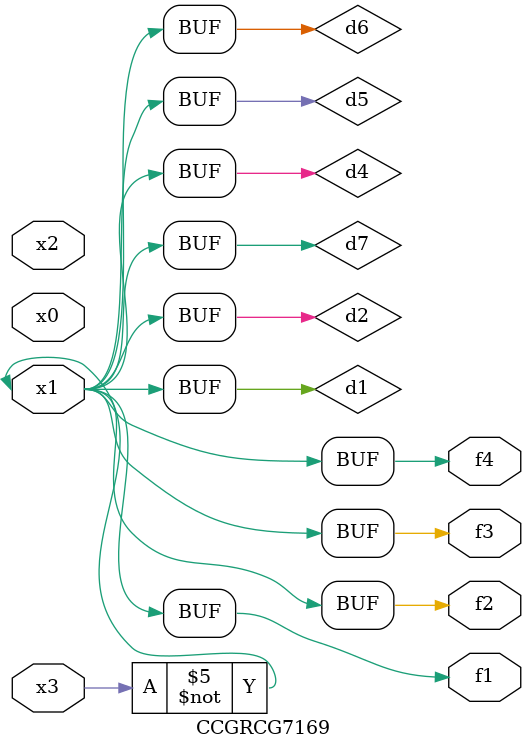
<source format=v>
module CCGRCG7169(
	input x0, x1, x2, x3,
	output f1, f2, f3, f4
);

	wire d1, d2, d3, d4, d5, d6, d7;

	not (d1, x3);
	buf (d2, x1);
	xnor (d3, d1, d2);
	nor (d4, d1);
	buf (d5, d1, d2);
	buf (d6, d4, d5);
	nand (d7, d4);
	assign f1 = d6;
	assign f2 = d7;
	assign f3 = d6;
	assign f4 = d6;
endmodule

</source>
